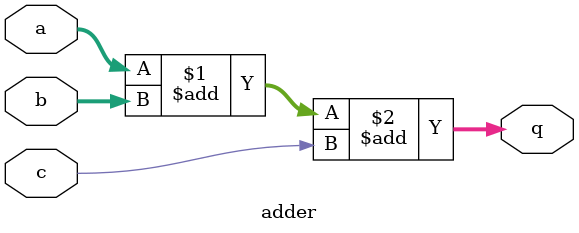
<source format=sv>
`timescale 1ns/1ps

module adder #(
    DATA_WIDTH = 4
) (
    input c,
    input [DATA_WIDTH-1:0] a, b,
    output [DATA_WIDTH:0] q
);

assign q = a + b + c;

endmodule

</source>
